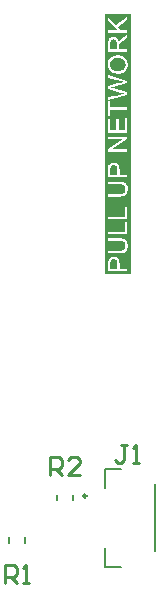
<source format=gbr>
%TF.GenerationSoftware,Altium Limited,Altium Designer,26.2.0 (7)*%
G04 Layer_Color=65535*
%FSLAX45Y45*%
%MOMM*%
%TF.SameCoordinates,BFD0C231-D01E-4025-B592-F1B292206DE3*%
%TF.FilePolarity,Positive*%
%TF.FileFunction,Legend,Top*%
%TF.Part,Single*%
G01*
G75*
%TA.AperFunction,NonConductor*%
%ADD17C,0.25000*%
%ADD18C,0.20000*%
%ADD19C,0.25400*%
G36*
X15989999Y6040000D02*
X15770976D01*
Y8244117D01*
X15989999D01*
Y6040000D01*
D02*
G37*
%LPC*%
G36*
X15799194Y8132490D02*
Y8105941D01*
D01*
Y8132490D01*
D02*
G37*
G36*
X15961781Y8218717D02*
X15799194D01*
Y8186294D01*
X15880019Y8105941D01*
X15799194D01*
Y8084325D01*
X15961781D01*
Y8186294D01*
Y8105941D01*
X15905392D01*
X15879784Y8132490D01*
X15961781Y8190288D01*
Y8218717D01*
D02*
G37*
G36*
Y8064355D02*
X15799194D01*
D01*
X15961781D01*
X15917610Y8036396D01*
X15912910Y8033106D01*
X15908682Y8030052D01*
X15905157Y8026998D01*
X15901868Y8024413D01*
X15899519Y8022064D01*
X15897639Y8020184D01*
X15896465Y8019009D01*
X15895995Y8018539D01*
X15894585Y8016660D01*
X15892940Y8014545D01*
X15890356Y8010316D01*
X15889417Y8008437D01*
X15888477Y8007027D01*
X15888007Y8006087D01*
X15887772Y8005617D01*
X15887067Y8009846D01*
X15886362Y8013840D01*
X15885187Y8017365D01*
X15884247Y8020889D01*
X15883072Y8023943D01*
X15881664Y8026763D01*
X15880489Y8029347D01*
X15879314Y8031697D01*
X15877904Y8033576D01*
X15876729Y8035456D01*
X15875789Y8036866D01*
X15874849Y8038040D01*
X15874144Y8038980D01*
X15873439Y8039685D01*
X15873204Y8039920D01*
X15872971Y8040155D01*
X15870621Y8042034D01*
X15868271Y8043914D01*
X15863338Y8046733D01*
X15858403Y8048613D01*
X15853703Y8050023D01*
X15849709Y8050963D01*
X15848065Y8051198D01*
X15846420D01*
X15845245Y8051432D01*
X15844305D01*
X15843835D01*
X15843600D01*
X15838667Y8051198D01*
X15834203Y8050493D01*
X15829974Y8049318D01*
X15826450Y8048143D01*
X15823395Y8046733D01*
X15821046Y8045794D01*
X15819637Y8044854D01*
X15819402Y8044619D01*
X15819167D01*
X15815407Y8041800D01*
X15812117Y8038980D01*
X15809299Y8035926D01*
X15807184Y8033106D01*
X15805539Y8030522D01*
X15804599Y8028407D01*
X15803894Y8026998D01*
X15803659Y8026763D01*
Y8026528D01*
X15802954Y8024413D01*
X15802251Y8021829D01*
X15801076Y8016660D01*
X15800369Y8011021D01*
X15799664Y8005852D01*
X15799429Y8000918D01*
Y7998804D01*
X15799194Y7996924D01*
Y7921505D01*
X15961781D01*
Y8064355D01*
D02*
G37*
G36*
X15964600Y7893546D02*
X15796376D01*
D01*
X15880959D01*
X15872031Y7893076D01*
X15863806Y7892136D01*
X15860046Y7891432D01*
X15856288Y7890492D01*
X15852998Y7889552D01*
X15849944Y7888847D01*
X15847125Y7887907D01*
X15844540Y7886967D01*
X15842426Y7886263D01*
X15840546Y7885323D01*
X15839137Y7884853D01*
X15838197Y7884383D01*
X15837492Y7883913D01*
X15837257D01*
X15830444Y7880154D01*
X15824335Y7875690D01*
X15819167Y7870991D01*
X15814937Y7866762D01*
X15811649Y7862768D01*
X15810239Y7860888D01*
X15809064Y7859478D01*
X15808357Y7858069D01*
X15807652Y7857129D01*
X15807417Y7856659D01*
X15807184Y7856424D01*
X15805304Y7852900D01*
X15803659Y7849375D01*
X15800841Y7842562D01*
X15798959Y7835513D01*
X15797786Y7829405D01*
X15797316Y7826585D01*
X15796846Y7823766D01*
X15796611Y7821651D01*
Y7819537D01*
X15796376Y7817892D01*
Y7853370D01*
Y7817892D01*
D01*
Y7815778D01*
X15796611Y7809434D01*
X15797316Y7803560D01*
X15798489Y7797921D01*
X15799899Y7792518D01*
X15801781Y7787584D01*
X15803659Y7782885D01*
X15805774Y7778656D01*
X15807887Y7774896D01*
X15810004Y7771372D01*
X15812117Y7768318D01*
X15813997Y7765733D01*
X15815877Y7763619D01*
X15817287Y7761974D01*
X15818462Y7760564D01*
X15819167Y7759860D01*
X15819402Y7759625D01*
X15823865Y7755865D01*
X15828564Y7752576D01*
X15833733Y7749522D01*
X15838902Y7747172D01*
X15844305Y7745058D01*
X15849475Y7743178D01*
X15854643Y7741768D01*
X15859576Y7740829D01*
X15864276Y7739889D01*
X15868739Y7739184D01*
X15872736Y7738714D01*
X15876024Y7738244D01*
X15878844D01*
X15880959Y7738009D01*
X15882837D01*
X15890826Y7738479D01*
X15898109Y7739419D01*
X15905157Y7740829D01*
X15908212Y7741768D01*
X15911266Y7742708D01*
X15913850Y7743413D01*
X15916200Y7744353D01*
X15918315Y7745058D01*
X15920193Y7745763D01*
X15921603Y7746232D01*
X15922543Y7746702D01*
X15923248Y7747172D01*
X15923483D01*
X15930296Y7751166D01*
X15936171Y7755395D01*
X15941341Y7760094D01*
X15945569Y7764559D01*
X15949094Y7768553D01*
X15950504Y7770197D01*
X15951443Y7771607D01*
X15952383Y7773017D01*
X15953087Y7773957D01*
X15953322Y7774426D01*
X15953557Y7774661D01*
X15955437Y7778186D01*
X15957082Y7781710D01*
X15959901Y7788758D01*
X15961781Y7795572D01*
X15963190Y7801916D01*
X15963660Y7804970D01*
X15963895Y7807554D01*
X15964365Y7809904D01*
Y7812018D01*
X15964600Y7813428D01*
Y7893546D01*
D02*
G37*
G36*
X15961781Y7724382D02*
X15799194D01*
D01*
X15961781D01*
D01*
D02*
G37*
G36*
X15799194D02*
Y7702532D01*
X15903748Y7677157D01*
X15911031Y7675278D01*
X15917610Y7673868D01*
X15923718Y7672458D01*
X15928888Y7671283D01*
X15931236Y7670579D01*
X15933353Y7670344D01*
X15934996Y7669874D01*
X15936406Y7669639D01*
X15937581Y7669169D01*
X15938521D01*
X15938989Y7668934D01*
X15939224D01*
X15928888Y7667289D01*
X15918785Y7665175D01*
X15909152Y7663060D01*
X15904688Y7662120D01*
X15900224Y7660946D01*
X15896230Y7660006D01*
X15892705Y7659066D01*
X15889651Y7658126D01*
X15886832Y7657421D01*
X15884717Y7656951D01*
X15883072Y7656482D01*
X15881898Y7656012D01*
X15881664D01*
X15799194Y7632987D01*
Y7606907D01*
X15909152Y7576129D01*
X15910092Y7575894D01*
X15911501Y7575424D01*
X15913380Y7574954D01*
X15915495Y7574484D01*
X15917845Y7573779D01*
X15920428Y7573309D01*
X15925598Y7571900D01*
X15930766Y7570725D01*
X15933118Y7570020D01*
X15934996Y7569550D01*
X15936876Y7569315D01*
X15938051Y7568845D01*
X15938989Y7568610D01*
X15939224D01*
X15933118Y7567435D01*
X15927008Y7566261D01*
X15921368Y7565086D01*
X15916435Y7563911D01*
X15914085Y7563441D01*
X15911971Y7562971D01*
X15910327Y7562502D01*
X15908682Y7562267D01*
X15907507Y7562032D01*
X15906567Y7561797D01*
X15906097Y7561562D01*
X15905862D01*
X15799194Y7537362D01*
Y7515042D01*
D01*
X15961781Y7557568D01*
Y7580123D01*
X15837962Y7614425D01*
X15834908Y7615365D01*
X15831618Y7616070D01*
X15828329Y7617010D01*
X15825510Y7617715D01*
X15822925Y7618420D01*
X15820811Y7618890D01*
X15819402Y7619124D01*
X15819167Y7619359D01*
X15818932D01*
X15819637Y7619594D01*
X15820811Y7619829D01*
X15823395Y7620534D01*
X15826450Y7621474D01*
X15829739Y7622414D01*
X15832793Y7623119D01*
X15835378Y7623823D01*
X15836552Y7624058D01*
X15837257Y7624293D01*
X15837727Y7624528D01*
X15837962D01*
X15961781Y7658596D01*
Y7679742D01*
X15799194Y7724382D01*
D02*
G37*
G36*
X15961781Y7507758D02*
X15799194D01*
Y7379006D01*
X15818462D01*
Y7432574D01*
X15961781D01*
Y7507758D01*
D02*
G37*
G36*
Y7361384D02*
X15799194D01*
Y7239915D01*
X15961781D01*
Y7361384D01*
D02*
G37*
G36*
Y7203498D02*
X15799194D01*
Y7075450D01*
X15961781D01*
Y7096126D01*
X15834203D01*
X15961781Y7181178D01*
Y7203498D01*
D02*
G37*
G36*
Y6984994D02*
X15846420D01*
X15841956Y6984759D01*
X15837727Y6984290D01*
X15833968Y6983350D01*
X15830679Y6982645D01*
X15827859Y6981705D01*
X15825745Y6980765D01*
X15824570Y6980295D01*
X15824100Y6980060D01*
X15820576Y6978181D01*
X15817522Y6975831D01*
X15814702Y6973717D01*
X15812587Y6971602D01*
X15810944Y6969723D01*
X15809534Y6968313D01*
X15808829Y6967373D01*
X15808594Y6966903D01*
X15806714Y6963849D01*
X15805069Y6960325D01*
X15803659Y6957035D01*
X15802486Y6953981D01*
X15801781Y6951162D01*
X15801311Y6949047D01*
X15800841Y6947402D01*
Y6946933D01*
X15800369Y6943408D01*
X15799899Y6939414D01*
X15799664Y6935185D01*
X15799429Y6931191D01*
X15799194Y6927667D01*
Y6984994D01*
D01*
D01*
Y6860941D01*
X15961781D01*
Y6903349D01*
Y6882556D01*
X15895760D01*
Y6924142D01*
X15895525Y6930251D01*
X15895055Y6936125D01*
X15894350Y6941294D01*
X15893410Y6945993D01*
X15892470Y6950457D01*
X15891296Y6954216D01*
X15889886Y6957740D01*
X15888477Y6960795D01*
X15887302Y6963379D01*
X15885892Y6965729D01*
X15884717Y6967608D01*
X15883542Y6969018D01*
X15882837Y6970193D01*
X15882133Y6970897D01*
X15881664Y6971367D01*
X15881429Y6971602D01*
X15878609Y6973952D01*
X15875789Y6976066D01*
X15872971Y6977711D01*
X15869914Y6979356D01*
X15866861Y6980765D01*
X15864041Y6981705D01*
X15858638Y6983350D01*
X15856053Y6983820D01*
X15853703Y6984290D01*
X15851588Y6984525D01*
X15849944Y6984759D01*
X15848300Y6984994D01*
X15961781D01*
D02*
G37*
G36*
X15897169Y6824993D02*
X15799194D01*
Y6697181D01*
X15897874D01*
X15902338Y6697416D01*
X15906567Y6697651D01*
X15910562Y6698120D01*
X15914085Y6698590D01*
X15917375Y6699060D01*
X15920428Y6699765D01*
X15923248Y6700235D01*
X15925833Y6700705D01*
X15927948Y6701410D01*
X15929826Y6701880D01*
X15931236Y6702350D01*
X15932413Y6702819D01*
X15933353Y6703054D01*
X15933823Y6703289D01*
X15934058D01*
X15939224Y6705874D01*
X15943924Y6709163D01*
X15947684Y6712452D01*
X15950974Y6715977D01*
X15953557Y6719031D01*
X15955437Y6721615D01*
X15955907Y6722555D01*
X15956377Y6723260D01*
X15956847Y6723730D01*
Y6723965D01*
X15959431Y6729839D01*
X15961311Y6735947D01*
X15962720Y6742291D01*
X15963660Y6748165D01*
X15963895Y6750749D01*
X15964130Y6753334D01*
X15964365Y6755683D01*
Y6757563D01*
X15964600Y6759207D01*
Y6789046D01*
Y6761322D01*
X15964130Y6769780D01*
X15963660Y6773539D01*
X15963190Y6777064D01*
X15962485Y6780588D01*
X15961781Y6783642D01*
X15961076Y6786462D01*
X15960136Y6789046D01*
X15959196Y6791396D01*
X15958492Y6793275D01*
X15957787Y6795155D01*
X15957082Y6796565D01*
X15956377Y6797739D01*
X15956142Y6798444D01*
X15955672Y6798914D01*
Y6799149D01*
X15952148Y6804318D01*
X15948154Y6808547D01*
X15944394Y6811836D01*
X15940636Y6814656D01*
X15937346Y6816770D01*
X15934761Y6818180D01*
X15933823Y6818650D01*
X15933118Y6819120D01*
X15932648Y6819355D01*
X15932413D01*
X15929591Y6820294D01*
X15926538Y6821234D01*
X15920193Y6822644D01*
X15913615Y6823584D01*
X15907272Y6824289D01*
X15904453Y6824524D01*
X15901633Y6824759D01*
X15899284D01*
X15897169Y6824993D01*
D02*
G37*
G36*
X15961781Y6608135D02*
X15942516D01*
Y6528017D01*
X15799194D01*
Y6608135D01*
D01*
D01*
Y6506401D01*
X15961781D01*
Y6608135D01*
D02*
G37*
G36*
Y6481732D02*
X15942516D01*
Y6401614D01*
X15799194D01*
Y6481732D01*
D01*
D01*
Y6379998D01*
X15961781D01*
Y6481732D01*
D02*
G37*
G36*
X15897169Y6344991D02*
X15799194D01*
Y6217178D01*
X15897874D01*
X15902338Y6217413D01*
X15906567Y6217648D01*
X15910562Y6218118D01*
X15914085Y6218588D01*
X15917375Y6219057D01*
X15920428Y6219762D01*
X15923248Y6220232D01*
X15925833Y6220702D01*
X15927948Y6221407D01*
X15929826Y6221877D01*
X15931236Y6222347D01*
X15932413Y6222817D01*
X15933353Y6223052D01*
X15933823Y6223287D01*
X15934058D01*
X15939224Y6225871D01*
X15943924Y6229160D01*
X15947684Y6232450D01*
X15950974Y6235974D01*
X15953557Y6239028D01*
X15955437Y6241613D01*
X15955907Y6242552D01*
X15956377Y6243257D01*
X15956847Y6243727D01*
Y6243962D01*
X15959431Y6249836D01*
X15961311Y6255945D01*
X15962720Y6262288D01*
X15963660Y6268162D01*
X15963895Y6270746D01*
X15964130Y6273331D01*
X15964365Y6275680D01*
Y6277560D01*
X15964600Y6279205D01*
Y6281319D01*
X15964130Y6289777D01*
X15963660Y6293537D01*
X15963190Y6297061D01*
X15962485Y6300585D01*
X15961781Y6303639D01*
X15961076Y6306459D01*
X15960136Y6309043D01*
X15959196Y6311393D01*
X15958492Y6313272D01*
X15957787Y6315152D01*
X15957082Y6316562D01*
X15956377Y6317736D01*
X15956142Y6318441D01*
X15955672Y6318911D01*
Y6319146D01*
X15952148Y6324315D01*
X15948154Y6328544D01*
X15944394Y6331833D01*
X15940636Y6334653D01*
X15937346Y6336767D01*
X15934761Y6338177D01*
X15933823Y6338647D01*
X15933118Y6339117D01*
X15932648Y6339352D01*
X15932413D01*
X15929591Y6340292D01*
X15926538Y6341231D01*
X15920193Y6342641D01*
X15913615Y6343581D01*
X15907272Y6344286D01*
X15904453Y6344521D01*
X15901633Y6344756D01*
X15899284D01*
X15897169Y6344991D01*
D02*
G37*
G36*
X15961781Y6189454D02*
Y6087016D01*
X15895760D01*
Y6128602D01*
X15895525Y6134710D01*
X15895055Y6140584D01*
X15894350Y6145753D01*
X15893410Y6150452D01*
X15892470Y6154916D01*
X15891296Y6158675D01*
X15889886Y6162200D01*
X15888477Y6165254D01*
X15887302Y6167838D01*
X15885892Y6170188D01*
X15884717Y6172067D01*
X15883542Y6173477D01*
X15882837Y6174652D01*
X15882133Y6175357D01*
X15881664Y6175827D01*
X15881429Y6176062D01*
X15878609Y6178411D01*
X15875789Y6180526D01*
X15872971Y6182170D01*
X15869914Y6183815D01*
X15866861Y6185225D01*
X15864041Y6186164D01*
X15858638Y6187809D01*
X15856053Y6188279D01*
X15853703Y6188749D01*
X15851588Y6188984D01*
X15849944Y6189219D01*
X15848300Y6189454D01*
X15961781D01*
X15846420D01*
X15841956Y6189219D01*
X15837727Y6188749D01*
X15833968Y6187809D01*
X15830679Y6187104D01*
X15827859Y6186164D01*
X15825745Y6185225D01*
X15824570Y6184755D01*
X15824100Y6184520D01*
X15820576Y6182640D01*
X15817522Y6180291D01*
X15814702Y6178176D01*
X15812587Y6176062D01*
X15810944Y6174182D01*
X15809534Y6172772D01*
X15808829Y6171832D01*
X15808594Y6171363D01*
X15806714Y6168308D01*
X15805069Y6164784D01*
X15803659Y6161495D01*
X15802486Y6158440D01*
X15801781Y6155621D01*
X15801311Y6153506D01*
X15800841Y6151862D01*
Y6151392D01*
X15800369Y6147868D01*
X15799899Y6143873D01*
X15799664Y6139644D01*
X15799429Y6135650D01*
X15799194Y6132126D01*
Y6065400D01*
X15961781D01*
Y6189454D01*
D02*
G37*
%LPD*%
G36*
X15865216Y8147527D02*
X15799194Y8215663D01*
Y8218717D01*
X15961781D01*
X15865216Y8147527D01*
D02*
G37*
G36*
X15961781Y7943121D02*
X15889651D01*
Y7970845D01*
X15889886Y7973429D01*
Y7975309D01*
X15890121Y7976953D01*
X15890356Y7978128D01*
Y7979068D01*
X15890591Y7979538D01*
Y7979773D01*
X15891766Y7983532D01*
X15892470Y7985177D01*
X15893175Y7986586D01*
X15893880Y7987996D01*
X15894350Y7988936D01*
X15894585Y7989406D01*
X15894820Y7989641D01*
X15896230Y7991520D01*
X15897874Y7993400D01*
X15901398Y7996924D01*
X15903043Y7998569D01*
X15904453Y7999743D01*
X15905392Y8000448D01*
X15905627Y8000683D01*
X15908917Y8003033D01*
X15912440Y8005617D01*
X15916200Y8008202D01*
X15919725Y8010786D01*
X15923013Y8012901D01*
X15925598Y8014545D01*
X15926538Y8015250D01*
X15927243Y8015720D01*
X15927713Y8016190D01*
X15927948D01*
X15961781Y8037570D01*
Y7943121D01*
D02*
G37*
G36*
X15846655Y8029112D02*
X15849475Y8028642D01*
X15851823Y8027937D01*
X15853938Y8027233D01*
X15855818Y8026293D01*
X15857228Y8025588D01*
X15858168Y8025118D01*
X15858403Y8024883D01*
X15860751Y8023238D01*
X15862868Y8021124D01*
X15864511Y8019009D01*
X15865921Y8016895D01*
X15866861Y8015015D01*
X15867566Y8013606D01*
X15868036Y8012666D01*
X15868271Y8012196D01*
X15869209Y8008907D01*
X15869914Y8005147D01*
X15870386Y8001388D01*
X15870621Y7997629D01*
X15870856Y7994340D01*
X15871091Y7991520D01*
Y7943121D01*
X15817287D01*
Y7994340D01*
X15817522Y8000683D01*
X15818462Y8006087D01*
X15819637Y8010786D01*
X15821046Y8014310D01*
X15822455Y8017365D01*
X15823630Y8019244D01*
X15824570Y8020419D01*
X15824805Y8020889D01*
X15827859Y8023708D01*
X15830913Y8025823D01*
X15834203Y8027233D01*
X15837022Y8028407D01*
X15839842Y8028877D01*
X15841956Y8029112D01*
X15843365Y8029347D01*
X15843600D01*
X15843835D01*
X15846655Y8029112D01*
D02*
G37*
G36*
X15964600Y7815778D02*
X15964130Y7823531D01*
X15962955Y7830814D01*
X15961546Y7837628D01*
X15960606Y7840682D01*
X15959666Y7843502D01*
X15958727Y7846086D01*
X15957787Y7848436D01*
X15957082Y7850315D01*
X15956377Y7851960D01*
X15955672Y7853370D01*
X15955202Y7854544D01*
X15954732Y7855014D01*
Y7855249D01*
X15950504Y7861828D01*
X15945804Y7867467D01*
X15940871Y7872166D01*
X15936171Y7876160D01*
X15931706Y7879449D01*
X15930061Y7880624D01*
X15928418Y7881564D01*
X15927008Y7882503D01*
X15926068Y7882973D01*
X15925363Y7883443D01*
X15925128D01*
X15921368Y7885323D01*
X15917610Y7886733D01*
X15910092Y7889317D01*
X15902573Y7891197D01*
X15895760Y7892371D01*
X15892705Y7892606D01*
X15889886Y7893076D01*
X15887302Y7893311D01*
X15885187D01*
X15883307Y7893546D01*
X15964600D01*
Y7815778D01*
D02*
G37*
G36*
X15886362Y7871226D02*
X15891766Y7870756D01*
X15896935Y7870051D01*
X15901633Y7869111D01*
X15905862Y7867702D01*
X15909857Y7866527D01*
X15913615Y7865117D01*
X15916905Y7863707D01*
X15919725Y7862063D01*
X15922308Y7860653D01*
X15924425Y7859478D01*
X15926068Y7858304D01*
X15927478Y7857129D01*
X15928653Y7856424D01*
X15929123Y7855954D01*
X15929358Y7855719D01*
X15932413Y7852665D01*
X15934996Y7849375D01*
X15937111Y7846086D01*
X15939224Y7842797D01*
X15940871Y7839508D01*
X15942046Y7835983D01*
X15943221Y7832929D01*
X15944159Y7829640D01*
X15944864Y7826820D01*
X15945334Y7824001D01*
X15945804Y7821651D01*
X15946039Y7819537D01*
Y7817892D01*
X15946274Y7816717D01*
Y7815543D01*
X15946039Y7811079D01*
X15945569Y7806850D01*
X15944629Y7803090D01*
X15943689Y7799331D01*
X15942281Y7795807D01*
X15940871Y7792518D01*
X15939461Y7789463D01*
X15937816Y7786644D01*
X15936171Y7784294D01*
X15934761Y7782180D01*
X15933353Y7780300D01*
X15931943Y7778656D01*
X15931001Y7777481D01*
X15930061Y7776541D01*
X15929591Y7776071D01*
X15929358Y7775836D01*
X15926068Y7773017D01*
X15922543Y7770667D01*
X15918785Y7768553D01*
X15915025Y7766673D01*
X15911031Y7765263D01*
X15907272Y7763854D01*
X15899754Y7761974D01*
X15896465Y7761504D01*
X15893175Y7761034D01*
X15890356Y7760564D01*
X15888007Y7760329D01*
X15885892Y7760094D01*
X15884247D01*
X15883307D01*
X15883072D01*
X15876494Y7760329D01*
X15870386Y7760799D01*
X15864511Y7761504D01*
X15859341Y7762679D01*
X15854643Y7763854D01*
X15850414Y7765263D01*
X15846420Y7766908D01*
X15843130Y7768318D01*
X15840077Y7769962D01*
X15837492Y7771372D01*
X15835378Y7772782D01*
X15833733Y7773957D01*
X15832323Y7775131D01*
X15831383Y7775836D01*
X15830913Y7776306D01*
X15830679Y7776541D01*
X15827859Y7779595D01*
X15825510Y7782885D01*
X15823395Y7786174D01*
X15821515Y7789698D01*
X15820107Y7792987D01*
X15818697Y7796277D01*
X15816817Y7802385D01*
X15816347Y7805205D01*
X15815877Y7807789D01*
X15815407Y7809904D01*
X15815172Y7812018D01*
X15814937Y7813663D01*
Y7815778D01*
X15815172Y7821651D01*
X15816112Y7827290D01*
X15817522Y7832224D01*
X15818932Y7836453D01*
X15820576Y7839977D01*
X15821281Y7841387D01*
X15821750Y7842562D01*
X15822455Y7843737D01*
X15822690Y7844442D01*
X15823160Y7844676D01*
Y7844911D01*
X15826450Y7849375D01*
X15830209Y7853370D01*
X15833968Y7856894D01*
X15837727Y7859713D01*
X15841016Y7861828D01*
X15843835Y7863472D01*
X15844775Y7863942D01*
X15845480Y7864412D01*
X15845950Y7864647D01*
X15846185D01*
X15851823Y7866997D01*
X15857933Y7868641D01*
X15863573Y7869816D01*
X15868974Y7870521D01*
X15871561Y7870991D01*
X15873674Y7871226D01*
X15875789D01*
X15877434Y7871461D01*
X15878844D01*
X15879784D01*
X15880489D01*
X15880724D01*
X15886362Y7871226D01*
D02*
G37*
G36*
X15961781Y7454190D02*
X15818462D01*
Y7507758D01*
X15961781D01*
Y7454190D01*
D02*
G37*
G36*
X15942516Y7261531D02*
X15887302D01*
Y7351516D01*
X15868036D01*
Y7261531D01*
X15818462D01*
Y7357625D01*
X15799194D01*
Y7361384D01*
X15942516D01*
Y7261531D01*
D02*
G37*
G36*
X15799194Y7097535D02*
Y7182822D01*
X15927008D01*
X15799194Y7097535D01*
D02*
G37*
G36*
X15852058Y6962439D02*
X15856288Y6961499D01*
X15860046Y6960090D01*
X15863103Y6958445D01*
X15865451Y6956800D01*
X15867331Y6955391D01*
X15868271Y6954451D01*
X15868739Y6953981D01*
X15870151Y6952336D01*
X15871326Y6950222D01*
X15873204Y6945758D01*
X15874614Y6940824D01*
X15875554Y6935890D01*
X15876024Y6931426D01*
X15876259Y6929546D01*
Y6927902D01*
X15876494Y6926257D01*
Y6882556D01*
X15818462D01*
Y6929076D01*
X15818697Y6933305D01*
X15818932Y6936830D01*
X15819167Y6939649D01*
X15819637Y6941529D01*
X15819872Y6942938D01*
X15820107Y6943878D01*
Y6944113D01*
X15821281Y6947167D01*
X15822690Y6949752D01*
X15824100Y6952101D01*
X15825745Y6954216D01*
X15827390Y6955626D01*
X15828564Y6956800D01*
X15829504Y6957505D01*
X15829739Y6957740D01*
X15832558Y6959385D01*
X15835378Y6960795D01*
X15838432Y6961734D01*
X15841016Y6962204D01*
X15843365Y6962674D01*
X15845480Y6962909D01*
X15846655D01*
X15846890D01*
X15847125D01*
X15852058Y6962439D01*
D02*
G37*
G36*
X15903748Y6802908D02*
X15908212Y6802438D01*
X15912440Y6801733D01*
X15916200Y6801029D01*
X15919725Y6800089D01*
X15922778Y6799384D01*
X15925363Y6798444D01*
X15927478Y6797504D01*
X15929591Y6796565D01*
X15931001Y6795625D01*
X15932413Y6794920D01*
X15933353Y6794215D01*
X15934058Y6793745D01*
X15934291Y6793510D01*
X15934526Y6793275D01*
X15936406Y6791161D01*
X15938051Y6788811D01*
X15940636Y6783642D01*
X15942516Y6778238D01*
X15943689Y6772600D01*
X15944629Y6767431D01*
X15944864Y6765316D01*
Y6763202D01*
X15945099Y6761792D01*
Y6759442D01*
X15944864Y6754508D01*
X15944159Y6750044D01*
X15943456Y6745815D01*
X15942281Y6742526D01*
X15941341Y6739707D01*
X15940636Y6737592D01*
X15939931Y6736417D01*
X15939696Y6735947D01*
X15937581Y6732658D01*
X15934996Y6729839D01*
X15932413Y6727489D01*
X15930061Y6725845D01*
X15927713Y6724435D01*
X15926068Y6723260D01*
X15924893Y6722790D01*
X15924425Y6722555D01*
X15922308Y6721850D01*
X15920193Y6721381D01*
X15915260Y6720441D01*
X15910092Y6719736D01*
X15904922Y6719266D01*
X15900459Y6719031D01*
X15898344D01*
X15896700Y6718796D01*
X15895290D01*
X15894115D01*
X15893410D01*
X15893175D01*
X15799194D01*
Y6803378D01*
X15893175D01*
X15898579D01*
X15903748Y6802908D01*
D02*
G37*
G36*
Y6322905D02*
X15908212Y6322435D01*
X15912440Y6321731D01*
X15916200Y6321026D01*
X15919725Y6320086D01*
X15922778Y6319381D01*
X15925363Y6318441D01*
X15927478Y6317501D01*
X15929591Y6316562D01*
X15931001Y6315622D01*
X15932413Y6314917D01*
X15933353Y6314212D01*
X15934058Y6313742D01*
X15934291Y6313507D01*
X15934526Y6313272D01*
X15936406Y6311158D01*
X15938051Y6308808D01*
X15940636Y6303639D01*
X15942516Y6298236D01*
X15943689Y6292597D01*
X15944629Y6287428D01*
X15944864Y6285313D01*
Y6283199D01*
X15945099Y6281789D01*
Y6279440D01*
X15944864Y6274506D01*
X15944159Y6270042D01*
X15943456Y6265812D01*
X15942281Y6262523D01*
X15941341Y6259704D01*
X15940636Y6257589D01*
X15939931Y6256414D01*
X15939696Y6255945D01*
X15937581Y6252655D01*
X15934996Y6249836D01*
X15932413Y6247486D01*
X15930061Y6245842D01*
X15927713Y6244432D01*
X15926068Y6243257D01*
X15924893Y6242787D01*
X15924425Y6242552D01*
X15922308Y6241848D01*
X15920193Y6241378D01*
X15915260Y6240438D01*
X15910092Y6239733D01*
X15904922Y6239263D01*
X15900459Y6239028D01*
X15898344D01*
X15896700Y6238793D01*
X15895290D01*
X15894115D01*
X15893410D01*
X15893175D01*
X15799194D01*
Y6323375D01*
X15893175D01*
X15898579D01*
X15903748Y6322905D01*
D02*
G37*
G36*
X15852058Y6166899D02*
X15856288Y6165959D01*
X15860046Y6164549D01*
X15863103Y6162904D01*
X15865451Y6161260D01*
X15867331Y6159850D01*
X15868271Y6158910D01*
X15868739Y6158440D01*
X15870151Y6156796D01*
X15871326Y6154681D01*
X15873204Y6150217D01*
X15874614Y6145283D01*
X15875554Y6140349D01*
X15876024Y6135885D01*
X15876259Y6134006D01*
Y6132361D01*
X15876494Y6130716D01*
Y6087016D01*
X15818462D01*
Y6133536D01*
X15818697Y6137765D01*
X15818932Y6141289D01*
X15819167Y6144108D01*
X15819637Y6145988D01*
X15819872Y6147398D01*
X15820107Y6148337D01*
Y6148572D01*
X15821281Y6151627D01*
X15822690Y6154211D01*
X15824100Y6156561D01*
X15825745Y6158675D01*
X15827390Y6160085D01*
X15828564Y6161260D01*
X15829504Y6161965D01*
X15829739Y6162200D01*
X15832558Y6163844D01*
X15835378Y6165254D01*
X15838432Y6166194D01*
X15841016Y6166664D01*
X15843365Y6167133D01*
X15845480Y6167368D01*
X15846655D01*
X15846890D01*
X15847125D01*
X15852058Y6166899D01*
D02*
G37*
D17*
X15614999Y4162500D02*
G03*
X15614999Y4162500I-12500J0D01*
G01*
D18*
X14962500Y3767500D02*
Y3812500D01*
X15097501Y3767500D02*
Y3812500D01*
X15497501Y4127500D02*
Y4172500D01*
X15362500Y4127500D02*
Y4172500D01*
X15770000Y3565000D02*
X15907500D01*
X16195000Y3692500D02*
Y4262500D01*
X15770000Y4390000D02*
X15907500D01*
X15770000Y4232500D02*
Y4390000D01*
Y3565000D02*
Y3722500D01*
D19*
X14928433Y3423825D02*
Y3576175D01*
X15004608D01*
X15030000Y3550784D01*
Y3500000D01*
X15004608Y3474608D01*
X14928433D01*
X14979216D02*
X15030000Y3423825D01*
X15080785D02*
X15131567D01*
X15106177D01*
Y3576175D01*
X15080785Y3550784D01*
X15303041Y4343825D02*
Y4496175D01*
X15379216D01*
X15404608Y4470784D01*
Y4420000D01*
X15379216Y4394608D01*
X15303041D01*
X15353825D02*
X15404608Y4343825D01*
X15556960D02*
X15455392D01*
X15556960Y4445392D01*
Y4470784D01*
X15531567Y4496175D01*
X15480785D01*
X15455392Y4470784D01*
X15960001Y4596175D02*
X15909216D01*
X15934608D01*
Y4469217D01*
X15909216Y4443825D01*
X15883826D01*
X15858434Y4469217D01*
X16010783Y4443825D02*
X16061568D01*
X16036176D01*
Y4596175D01*
X16010783Y4570784D01*
%TF.MD5,a5bd159b8ce6e8658eeaf6df17c94ec5*%
M02*

</source>
